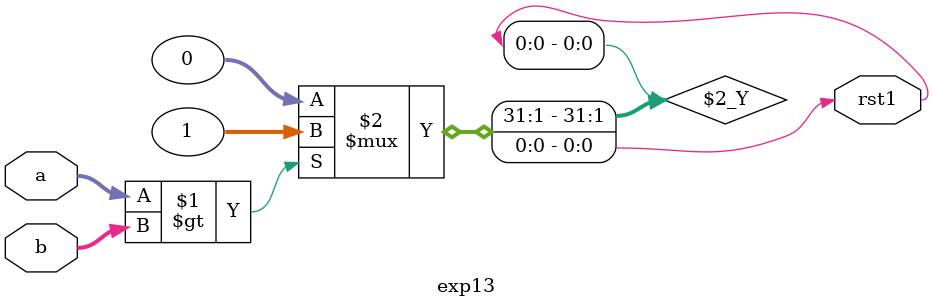
<source format=v>
module exp13(rst1,a,b);
parameter len=8;
input wire [len-1:0] a,b;
output wire rst1;
assign rst1=(a>b)?1:0;
endmodule

</source>
